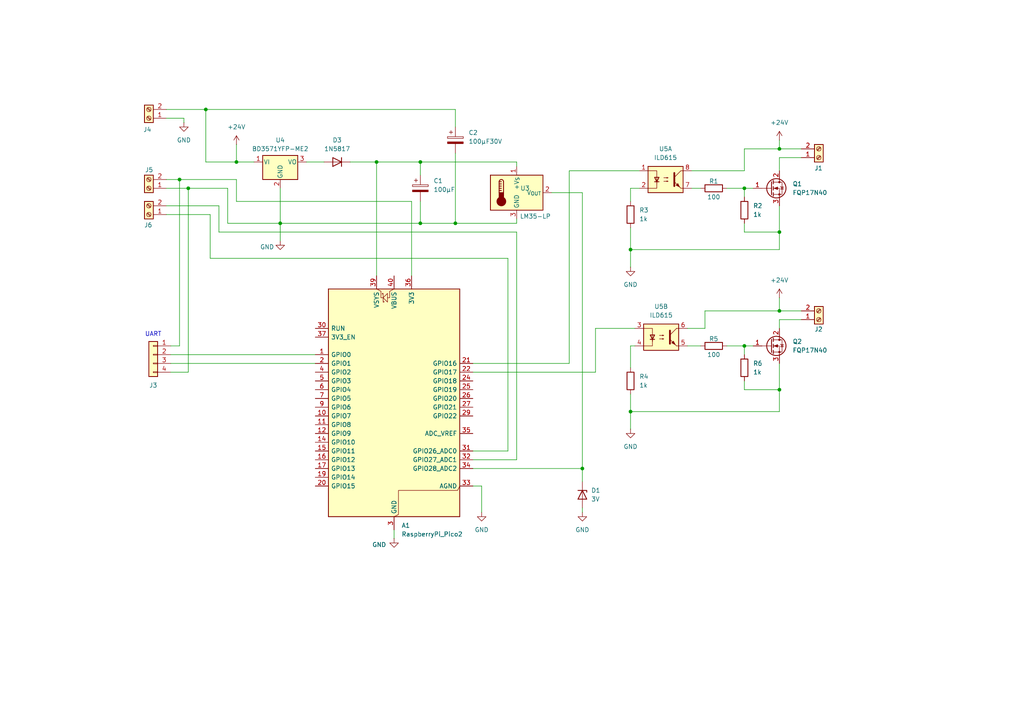
<source format=kicad_sch>
(kicad_sch (version 20250114) (generator "eeschema") (generator_version "9.0")
  (paper "A4")
  (title_block (title "24V LED Strip Driver") (date "2025-07-09") (company "D. Kvaavik"))
  (lib_symbols
    (symbol "Connector:Screw_Terminal_01x02" (pin_names (offset 1.016) (hide yes))
      (property "Reference" "J" (at 0 2.54 0))
      (property "Value" "Screw_Terminal_01x02" (at 0 -5.08 0))
      (symbol "Screw_Terminal_01x02_1_1"
        (rectangle (start -1.27 1.27) (end 1.27 -3.81) (stroke (width 0.254)) (fill (type background)))
        (polyline (pts (xy -0.5334 0.3302) (xy 0.3302 -0.508)) (stroke (width 0.1524)))
        (polyline (pts (xy -0.5334 -2.2098) (xy 0.3302 -3.048)) (stroke (width 0.1524)))
        (polyline (pts (xy -0.3556 0.508) (xy 0.508 -0.3302)) (stroke (width 0.1524)))
        (polyline (pts (xy -0.3556 -2.032) (xy 0.508 -2.8702)) (stroke (width 0.1524)))
        (circle (center 0 0) (radius 0.635) (stroke (width 0.1524)))
        (circle (center 0 -2.54) (radius 0.635) (stroke (width 0.1524)))
        (pin passive line (at -5.08 0 0) (length 3.81) (name "Pin_1") (number "1"))
        (pin passive line (at -5.08 -2.54 0) (length 3.81) (name "Pin_2") (number "2"))
      )
    )
    (symbol "Connector_Generic:Conn_01x04" (pin_names (offset 1.016) (hide yes))
      (property "Reference" "J" (at 0 5.08 0))
      (property "Value" "Conn_01x04" (at 0 -7.62 0))
      (symbol "Conn_01x04_1_1"
        (rectangle (start -1.27 3.81) (end 1.27 -6.35) (stroke (width 0.254)) (fill (type background)))
        (rectangle (start -1.27 2.667) (end 0 2.413) (stroke (width 0.1524)))
        (rectangle (start -1.27 0.127) (end 0 -0.127) (stroke (width 0.1524)))
        (rectangle (start -1.27 -2.413) (end 0 -2.667) (stroke (width 0.1524)))
        (rectangle (start -1.27 -4.953) (end 0 -5.207) (stroke (width 0.1524)))
        (pin passive line (at -5.08 2.54 0) (length 3.81) (name "Pin_1") (number "1"))
        (pin passive line (at -5.08 0 0) (length 3.81) (name "Pin_2") (number "2"))
        (pin passive line (at -5.08 -2.54 0) (length 3.81) (name "Pin_3") (number "3"))
        (pin passive line (at -5.08 -5.08 0) (length 3.81) (name "Pin_4") (number "4"))
      )
    )
    (symbol "Device:C_Polarized" (pin_numbers (hide yes)) (pin_names (offset 0.254))
      (property "Reference" "C" (at 0.635 2.54 0))
      (property "Value" "C_Polarized" (at 0.635 -2.54 0))
      (symbol "C_Polarized_0_1"
        (rectangle (start -2.286 0.508) (end 2.286 1.016))
        (polyline (pts (xy -1.778 2.286) (xy -0.762 2.286)))
        (polyline (pts (xy -1.27 2.794) (xy -1.27 1.778)))
        (rectangle (start 2.286 -0.508) (end -2.286 -1.016) (fill (type outline)))
      )
      (symbol "C_Polarized_1_1"
        (pin passive line (at 0 3.81 270) (length 2.794) (name "~") (number "1"))
        (pin passive line (at 0 -3.81 90) (length 2.794) (name "~") (number "2"))
      )
    )
    (symbol "Device:D_Zener" (pin_numbers (hide yes)) (pin_names (offset 1.016) (hide yes))
      (property "Reference" "D" (at 0 2.54 0))
      (property "Value" "D_Zener" (at 0 -2.54 0))
      (symbol "D_Zener_0_1"
        (polyline (pts (xy -1.27 -1.27) (xy -1.27 1.27) (xy -0.762 1.27)) (stroke (width 0.254)))
        (polyline (pts (xy 1.27 0) (xy -1.27 0)))
        (polyline (pts (xy 1.27 -1.27) (xy 1.27 1.27) (xy -1.27 0) (xy 1.27 -1.27)) (stroke (width 0.254)))
      )
      (symbol "D_Zener_1_1"
        (pin passive line (at -3.81 0 0) (length 2.54) (name "K") (number "1"))
        (pin passive line (at 3.81 0 180) (length 2.54) (name "A") (number "2"))
      )
    )
    (symbol "Device:R" (pin_numbers (hide yes)) (pin_names (offset 0))
      (property "Reference" "R" (at 2.032 0 90))
      (property "Value" "R" (at 0 0 90))
      (symbol "R_0_1"
        (rectangle (start -1.016 -2.54) (end 1.016 2.54) (stroke (width 0.254)))
      )
      (symbol "R_1_1"
        (pin passive line (at 0 3.81 270) (length 1.27) (name "~") (number "1"))
        (pin passive line (at 0 -3.81 90) (length 1.27) (name "~") (number "2"))
      )
    )
    (symbol "Diode:1N4149" (pin_numbers (hide yes)) (pin_names (hide yes))
      (property "Reference" "D" (at 0 2.54 0))
      (property "Value" "1N4149" (at 0 -2.54 0))
      (symbol "1N4149_0_1"
        (polyline (pts (xy -1.27 1.27) (xy -1.27 -1.27)) (stroke (width 0.254)))
        (polyline (pts (xy 1.27 1.27) (xy 1.27 -1.27) (xy -1.27 0) (xy 1.27 1.27)) (stroke (width 0.254)))
        (polyline (pts (xy 1.27 0) (xy -1.27 0)))
      )
      (symbol "1N4149_1_1"
        (pin passive line (at -3.81 0 0) (length 2.54) (name "K") (number "1"))
        (pin passive line (at 3.81 0 180) (length 2.54) (name "A") (number "2"))
      )
    )
    (symbol "Isolator:PC827" (pin_names (offset 1.016))
      (property "Reference" "U" (at -5.08 5.08 0))
      (property "Value" "PC827" (at 0 5.08 0))
      (symbol "PC827_0_1"
        (rectangle (start -5.08 3.81) (end 5.08 -3.81) (stroke (width 0.254)) (fill (type background)))
        (polyline (pts (xy -5.08 2.54) (xy -2.54 2.54) (xy -2.54 -1.27) (xy -2.54 0.635)))
        (polyline (pts (xy -3.175 -0.635) (xy -1.905 -0.635)) (stroke (width 0.254)))
        (polyline (pts (xy -2.54 -0.635) (xy -2.54 -2.54) (xy -5.08 -2.54)))
        (polyline (pts (xy -2.54 -0.635) (xy -3.175 0.635) (xy -1.905 0.635) (xy -2.54 -0.635)) (stroke (width 0.254)))
        (polyline (pts (xy -0.508 0.508) (xy 0.762 0.508) (xy 0.381 0.381) (xy 0.381 0.635) (xy 0.762 0.508)))
        (polyline (pts (xy -0.508 -0.508) (xy 0.762 -0.508) (xy 0.381 -0.635) (xy 0.381 -0.381) (xy 0.762 -0.508)))
        (polyline (pts (xy 2.54 1.905) (xy 2.54 -1.905) (xy 2.54 -1.905)) (stroke (width 0.508)))
        (polyline (pts (xy 2.54 0.635) (xy 4.445 2.54)))
        (polyline (pts (xy 3.048 -1.651) (xy 3.556 -1.143) (xy 4.064 -2.159) (xy 3.048 -1.651) (xy 3.048 -1.651)) (fill (type outline)))
        (polyline (pts (xy 4.445 2.54) (xy 5.08 2.54)))
        (polyline (pts (xy 4.445 -2.54) (xy 2.54 -0.635)) (fill (type outline)))
        (polyline (pts (xy 4.445 -2.54) (xy 5.08 -2.54)))
      )
      (symbol "PC827_1_1"
        (pin passive line (at -7.62 2.54 0) (length 2.54) (name "~") (number "1"))
        (pin passive line (at -7.62 -2.54 0) (length 2.54) (name "~") (number "2"))
        (pin passive line (at 7.62 2.54 180) (length 2.54) (name "~") (number "8"))
        (pin passive line (at 7.62 -2.54 180) (length 2.54) (name "~") (number "7"))
      )
      (symbol "PC827_2_1"
        (pin passive line (at -7.62 2.54 0) (length 2.54) (name "~") (number "3"))
        (pin passive line (at -7.62 -2.54 0) (length 2.54) (name "~") (number "4"))
        (pin passive line (at 7.62 2.54 180) (length 2.54) (name "~") (number "6"))
        (pin passive line (at 7.62 -2.54 180) (length 2.54) (name "~") (number "5"))
      )
    )
    (symbol "MCU_Module:RaspberryPi_Pico" (pin_names (offset 0.762))
      (property "Reference" "A" (at -19.05 35.56 0))
      (property "Value" "RaspberryPi_Pico" (at 7.62 35.56 0))
      (symbol "RaspberryPi_Pico_0_1"
        (rectangle (start -19.05 34.29) (end 19.05 -31.75) (stroke (width 0.254)) (fill (type background)))
        (polyline (pts (xy -5.08 34.29) (xy -3.81 33.655) (xy -3.81 31.75) (xy -3.175 31.75)))
        (polyline (pts (xy -3.429 32.766) (xy -3.429 33.02) (xy -3.175 33.02) (xy -3.175 30.48) (xy -2.921 30.48) (xy -2.921 30.734)))
        (polyline (pts (xy -3.175 31.75) (xy -1.905 33.02) (xy -1.905 30.48) (xy -3.175 31.75)))
        (polyline (pts (xy 0 34.29) (xy -1.27 33.655) (xy -1.27 31.75) (xy -1.905 31.75)))
        (polyline (pts (xy 0 -31.75) (xy 1.27 -31.115) (xy 1.27 -24.13) (xy 18.415 -24.13) (xy 19.05 -22.86)))
      )
      (symbol "RaspberryPi_Pico_1_1"
        (pin passive line (at -22.86 22.86 0) (length 3.81) (name "RUN") (number "30"))
        (pin passive line (at -22.86 20.32 0) (length 3.81) (name "3V3_EN") (number "37"))
        (pin bidirectional line (at -22.86 15.24 0) (length 3.81) (name "GPIO0") (number "1"))
        (pin bidirectional line (at -22.86 12.7 0) (length 3.81) (name "GPIO1") (number "2"))
        (pin bidirectional line (at -22.86 10.16 0) (length 3.81) (name "GPIO2") (number "4"))
        (pin bidirectional line (at -22.86 7.62 0) (length 3.81) (name "GPIO3") (number "5"))
        (pin bidirectional line (at -22.86 5.08 0) (length 3.81) (name "GPIO4") (number "6"))
        (pin bidirectional line (at -22.86 2.54 0) (length 3.81) (name "GPIO5") (number "7"))
        (pin bidirectional line (at -22.86 0 0) (length 3.81) (name "GPIO6") (number "9"))
        (pin bidirectional line (at -22.86 -2.54 0) (length 3.81) (name "GPIO7") (number "10"))
        (pin bidirectional line (at -22.86 -5.08 0) (length 3.81) (name "GPIO8") (number "11"))
        (pin bidirectional line (at -22.86 -7.62 0) (length 3.81) (name "GPIO9") (number "12"))
        (pin bidirectional line (at -22.86 -10.16 0) (length 3.81) (name "GPIO10") (number "14"))
        (pin bidirectional line (at -22.86 -12.7 0) (length 3.81) (name "GPIO11") (number "15"))
        (pin bidirectional line (at -22.86 -15.24 0) (length 3.81) (name "GPIO12") (number "16"))
        (pin bidirectional line (at -22.86 -17.78 0) (length 3.81) (name "GPIO13") (number "17"))
        (pin bidirectional line (at -22.86 -20.32 0) (length 3.81) (name "GPIO14") (number "19"))
        (pin bidirectional line (at -22.86 -22.86 0) (length 3.81) (name "GPIO15") (number "20"))
        (pin power_in line (at -5.08 38.1 270) (length 3.81) (name "VSYS") (number "39"))
        (pin power_out line (at 0 38.1 270) (length 3.81) (name "VBUS") (number "40"))
        (pin passive line (at 0 -35.56 90) (length 3.81) (hide yes) (name "GND") (number "13"))
        (pin passive line (at 0 -35.56 90) (length 3.81) (hide yes) (name "GND") (number "18"))
        (pin passive line (at 0 -35.56 90) (length 3.81) (hide yes) (name "GND") (number "23"))
        (pin passive line (at 0 -35.56 90) (length 3.81) (hide yes) (name "GND") (number "28"))
        (pin power_out line (at 0 -35.56 90) (length 3.81) (name "GND") (number "3"))
        (pin passive line (at 0 -35.56 90) (length 3.81) (hide yes) (name "GND") (number "38"))
        (pin passive line (at 0 -35.56 90) (length 3.81) (hide yes) (name "GND") (number "8"))
        (pin power_out line (at 5.08 38.1 270) (length 3.81) (name "3V3") (number "36"))
        (pin bidirectional line (at 22.86 12.7 180) (length 3.81) (name "GPIO16") (number "21"))
        (pin bidirectional line (at 22.86 10.16 180) (length 3.81) (name "GPIO17") (number "22"))
        (pin bidirectional line (at 22.86 7.62 180) (length 3.81) (name "GPIO18") (number "24"))
        (pin bidirectional line (at 22.86 5.08 180) (length 3.81) (name "GPIO19") (number "25"))
        (pin bidirectional line (at 22.86 2.54 180) (length 3.81) (name "GPIO20") (number "26"))
        (pin bidirectional line (at 22.86 0 180) (length 3.81) (name "GPIO21") (number "27"))
        (pin bidirectional line (at 22.86 -2.54 180) (length 3.81) (name "GPIO22") (number "29"))
        (pin power_in line (at 22.86 -7.62 180) (length 3.81) (name "ADC_VREF") (number "35"))
        (pin bidirectional line (at 22.86 -12.7 180) (length 3.81) (name "GPIO26_ADC0") (number "31"))
        (pin bidirectional line (at 22.86 -15.24 180) (length 3.81) (name "GPIO27_ADC1") (number "32"))
        (pin bidirectional line (at 22.86 -17.78 180) (length 3.81) (name "GPIO28_ADC2") (number "34"))
        (pin power_out line (at 22.86 -22.86 180) (length 3.81) (name "AGND") (number "33"))
      )
    )
    (symbol "Regulator_Linear:LF50_TO252" (pin_names (offset 0.254))
      (property "Reference" "U" (at -3.81 3.175 0))
      (property "Value" "LF50_TO252" (at 0 3.175 0))
      (symbol "LF50_TO252_0_1"
        (rectangle (start -5.08 1.905) (end 5.08 -5.08) (stroke (width 0.254)) (fill (type background)))
      )
      (symbol "LF50_TO252_1_1"
        (pin power_in line (at -7.62 0 0) (length 2.54) (name "VI") (number "1"))
        (pin power_in line (at 0 -7.62 90) (length 2.54) (name "GND") (number "2"))
        (pin power_out line (at 7.62 0 180) (length 2.54) (name "VO") (number "3"))
      )
    )
    (symbol "Sensor_Temperature:LM35-LP"
      (property "Reference" "U" (at -6.35 6.35 0))
      (property "Value" "LM35-LP" (at 1.27 6.35 0))
      (symbol "LM35-LP_0_1"
        (rectangle (start -7.62 5.08) (end 7.62 -5.08) (stroke (width 0.254)) (fill (type background)))
        (polyline (pts (xy -5.08 3.175) (xy -5.08 0)) (stroke (width 0.254)))
        (polyline (pts (xy -5.08 3.175) (xy -4.445 3.175)) (stroke (width 0.254)))
        (polyline (pts (xy -5.08 2.54) (xy -4.445 2.54)) (stroke (width 0.254)))
        (polyline (pts (xy -5.08 1.905) (xy -4.445 1.905)) (stroke (width 0.254)))
        (polyline (pts (xy -5.08 1.27) (xy -4.445 1.27)) (stroke (width 0.254)))
        (polyline (pts (xy -5.08 0.635) (xy -4.445 0.635)) (stroke (width 0.254)))
        (arc (start -5.08 3.175) (mid -4.445 3.8073) (end -3.81 3.175) (stroke (width 0.254)))
        (circle (center -4.445 -2.54) (radius 1.27) (stroke (width 0.254)) (fill (type outline)))
        (polyline (pts (xy -3.81 3.175) (xy -3.81 0)) (stroke (width 0.254)))
        (rectangle (start -3.81 -1.905) (end -5.08 0) (stroke (width 0.254)) (fill (type outline)))
      )
      (symbol "LM35-LP_1_1"
        (pin power_in line (at 0 7.62 270) (length 2.54) (name "+V_{S}") (number "1"))
        (pin power_in line (at 0 -7.62 90) (length 2.54) (name "GND") (number "3"))
        (pin output line (at 10.16 0 180) (length 2.54) (name "V_{OUT}") (number "2"))
      )
    )
    (symbol "Transistor_FET:IRF540N" (pin_names (hide yes))
      (property "Reference" "Q" (at 5.08 1.905 0))
      (property "Value" "IRF540N" (at 5.08 0 0))
      (symbol "IRF540N_0_1"
        (polyline (pts (xy 0.254 1.905) (xy 0.254 -1.905)) (stroke (width 0.254)))
        (polyline (pts (xy 0.254 0) (xy -2.54 0)))
        (polyline (pts (xy 0.762 2.286) (xy 0.762 1.27)) (stroke (width 0.254)))
        (polyline (pts (xy 0.762 0.508) (xy 0.762 -0.508)) (stroke (width 0.254)))
        (polyline (pts (xy 0.762 -1.27) (xy 0.762 -2.286)) (stroke (width 0.254)))
        (polyline (pts (xy 0.762 -1.778) (xy 3.302 -1.778) (xy 3.302 1.778) (xy 0.762 1.778)))
        (polyline (pts (xy 1.016 0) (xy 2.032 0.381) (xy 2.032 -0.381) (xy 1.016 0)) (fill (type outline)))
        (circle (center 1.651 0) (radius 2.794) (stroke (width 0.254)))
        (polyline (pts (xy 2.54 2.54) (xy 2.54 1.778)))
        (circle (center 2.54 1.778) (radius 0.254) (fill (type outline)))
        (circle (center 2.54 -1.778) (radius 0.254) (fill (type outline)))
        (polyline (pts (xy 2.54 -2.54) (xy 2.54 0) (xy 0.762 0)))
        (polyline (pts (xy 2.794 0.508) (xy 2.921 0.381) (xy 3.683 0.381) (xy 3.81 0.254)))
        (polyline (pts (xy 3.302 0.381) (xy 2.921 -0.254) (xy 3.683 -0.254) (xy 3.302 0.381)))
      )
      (symbol "IRF540N_1_1"
        (pin input line (at -5.08 0 0) (length 2.54) (name "G") (number "1"))
        (pin passive line (at 2.54 5.08 270) (length 2.54) (name "D") (number "2"))
        (pin passive line (at 2.54 -5.08 90) (length 2.54) (name "S") (number "3"))
      )
    )
    (symbol "power:+24V" (power) (pin_numbers (hide yes)) (pin_names (offset 0) (hide yes))
      (property "Value" "+24V" (at 0 3.556 0))
      (symbol "+24V_0_1"
        (polyline (pts (xy -0.762 1.27) (xy 0 2.54)))
        (polyline (pts (xy 0 2.54) (xy 0.762 1.27)))
        (polyline (pts (xy 0 0) (xy 0 2.54)))
      )
      (symbol "+24V_1_1"
        (pin power_in line (at 0 0 90) (length 0) (name "~") (number "1"))
      )
    )
    (symbol "power:GND" (power) (pin_numbers (hide yes)) (pin_names (offset 0) (hide yes))
      (property "Value" "GND" (at 0 -3.81 0))
      (symbol "GND_0_1"
        (polyline (pts (xy 0 0) (xy 0 -1.27) (xy 1.27 -1.27) (xy 0 -2.54) (xy -1.27 -1.27) (xy 0 -1.27)))
      )
      (symbol "GND_1_1"
        (pin power_in line (at 0 0 270) (length 0) (name "~") (number "1"))
      )
    )
  )
  (text "UART" (at 44.45 97.028 0) (effects (font (size 1.27 1.27))))
  (junction (at 109.22 46.99))
  (junction (at 182.88 72.39))
  (junction (at 226.06 67.31))
  (junction (at 226.06 113.03))
  (junction (at 81.28 64.77))
  (junction (at 68.58 46.99))
  (junction (at 215.9 100.33))
  (junction (at 226.06 90.17))
  (junction (at 215.9 54.61))
  (junction (at 121.92 64.77))
  (junction (at 226.06 43.18))
  (junction (at 182.88 119.38))
  (junction (at 59.69 31.75))
  (junction (at 168.91 135.89))
  (junction (at 54.61 54.61))
  (junction (at 132.08 64.77))
  (junction (at 52.07 52.07))
  (junction (at 121.92 46.99))
  (wire (pts (xy 226.06 90.17) (xy 232.41 90.17)))
  (wire (pts (xy 215.9 43.18) (xy 226.06 43.18)))
  (wire (pts (xy 49.53 100.33) (xy 52.07 100.33)))
  (wire (pts (xy 132.08 44.45) (xy 132.08 64.77)))
  (wire (pts (xy 226.06 43.18) (xy 232.41 43.18)))
  (wire (pts (xy 226.06 92.71) (xy 232.41 92.71)))
  (wire (pts (xy 182.88 72.39) (xy 182.88 77.47)))
  (wire (pts (xy 59.69 46.99) (xy 68.58 46.99)))
  (wire (pts (xy 226.06 45.72) (xy 226.06 49.53)))
  (wire (pts (xy 204.47 95.25) (xy 199.39 95.25)))
  (wire (pts (xy 147.32 74.93) (xy 147.32 130.81)))
  (wire (pts (xy 172.72 95.25) (xy 184.15 95.25)))
  (wire (pts (xy 200.66 49.53) (xy 215.9 49.53)))
  (wire (pts (xy 226.06 113.03) (xy 226.06 119.38)))
  (wire (pts (xy 182.88 100.33) (xy 182.88 106.68)))
  (wire (pts (xy 215.9 110.49) (xy 215.9 113.03)))
  (wire (pts (xy 210.82 100.33) (xy 215.9 100.33)))
  (wire (pts (xy 60.96 62.23) (xy 60.96 74.93)))
  (wire (pts (xy 59.69 31.75) (xy 132.08 31.75)))
  (wire (pts (xy 132.08 64.77) (xy 121.92 64.77)))
  (wire (pts (xy 168.91 147.32) (xy 168.91 148.59)))
  (wire (pts (xy 121.92 46.99) (xy 149.86 46.99)))
  (wire (pts (xy 226.06 105.41) (xy 226.06 113.03)))
  (wire (pts (xy 81.28 54.61) (xy 81.28 64.77)))
  (wire (pts (xy 109.22 46.99) (xy 109.22 80.01)))
  (wire (pts (xy 215.9 100.33) (xy 215.9 102.87)))
  (wire (pts (xy 226.06 40.64) (xy 226.06 43.18)))
  (wire (pts (xy 215.9 54.61) (xy 215.9 57.15)))
  (wire (pts (xy 226.06 72.39) (xy 182.88 72.39)))
  (wire (pts (xy 109.22 46.99) (xy 121.92 46.99)))
  (wire (pts (xy 68.58 52.07) (xy 68.58 58.42)))
  (wire (pts (xy 172.72 107.95) (xy 172.72 95.25)))
  (wire (pts (xy 48.26 59.69) (xy 63.5 59.69)))
  (wire (pts (xy 49.53 102.87) (xy 91.44 102.87)))
  (wire (pts (xy 215.9 100.33) (xy 218.44 100.33)))
  (wire (pts (xy 48.26 31.75) (xy 59.69 31.75)))
  (wire (pts (xy 226.06 86.36) (xy 226.06 90.17)))
  (wire (pts (xy 119.38 58.42) (xy 119.38 80.01)))
  (wire (pts (xy 101.6 46.99) (xy 109.22 46.99)))
  (wire (pts (xy 215.9 64.77) (xy 215.9 67.31)))
  (wire (pts (xy 160.02 55.88) (xy 168.91 55.88)))
  (wire (pts (xy 149.86 48.26) (xy 149.86 46.99)))
  (wire (pts (xy 226.06 67.31) (xy 226.06 72.39)))
  (wire (pts (xy 60.96 74.93) (xy 147.32 74.93)))
  (wire (pts (xy 149.86 64.77) (xy 132.08 64.77)))
  (wire (pts (xy 137.16 140.97) (xy 139.7 140.97)))
  (wire (pts (xy 204.47 90.17) (xy 204.47 95.25)))
  (wire (pts (xy 182.88 114.3) (xy 182.88 119.38)))
  (wire (pts (xy 182.88 54.61) (xy 182.88 58.42)))
  (wire (pts (xy 66.04 54.61) (xy 66.04 64.77)))
  (wire (pts (xy 165.1 49.53) (xy 185.42 49.53)))
  (wire (pts (xy 137.16 130.81) (xy 147.32 130.81)))
  (wire (pts (xy 182.88 119.38) (xy 182.88 124.46)))
  (wire (pts (xy 182.88 66.04) (xy 182.88 72.39)))
  (wire (pts (xy 66.04 64.77) (xy 81.28 64.77)))
  (wire (pts (xy 54.61 54.61) (xy 66.04 54.61)))
  (wire (pts (xy 149.86 63.5) (xy 149.86 64.77)))
  (wire (pts (xy 114.3 153.67) (xy 114.3 156.21)))
  (wire (pts (xy 226.06 119.38) (xy 182.88 119.38)))
  (wire (pts (xy 68.58 41.91) (xy 68.58 46.99)))
  (wire (pts (xy 184.15 100.33) (xy 182.88 100.33)))
  (wire (pts (xy 215.9 67.31) (xy 226.06 67.31)))
  (wire (pts (xy 199.39 100.33) (xy 203.2 100.33)))
  (wire (pts (xy 149.86 133.35) (xy 137.16 133.35)))
  (wire (pts (xy 48.26 54.61) (xy 54.61 54.61)))
  (wire (pts (xy 132.08 36.83) (xy 132.08 31.75)))
  (wire (pts (xy 121.92 64.77) (xy 81.28 64.77)))
  (wire (pts (xy 53.34 34.29) (xy 53.34 35.56)))
  (wire (pts (xy 54.61 107.95) (xy 54.61 54.61)))
  (wire (pts (xy 165.1 49.53) (xy 165.1 105.41)))
  (wire (pts (xy 200.66 54.61) (xy 203.2 54.61)))
  (wire (pts (xy 226.06 92.71) (xy 226.06 95.25)))
  (wire (pts (xy 81.28 69.85) (xy 81.28 64.77)))
  (wire (pts (xy 48.26 62.23) (xy 60.96 62.23)))
  (wire (pts (xy 185.42 54.61) (xy 182.88 54.61)))
  (wire (pts (xy 52.07 100.33) (xy 52.07 52.07)))
  (wire (pts (xy 68.58 46.99) (xy 73.66 46.99)))
  (wire (pts (xy 139.7 140.97) (xy 139.7 148.59)))
  (wire (pts (xy 204.47 90.17) (xy 226.06 90.17)))
  (wire (pts (xy 168.91 55.88) (xy 168.91 135.89)))
  (wire (pts (xy 48.26 52.07) (xy 52.07 52.07)))
  (wire (pts (xy 88.9 46.99) (xy 93.98 46.99)))
  (wire (pts (xy 137.16 135.89) (xy 168.91 135.89)))
  (wire (pts (xy 49.53 107.95) (xy 54.61 107.95)))
  (wire (pts (xy 215.9 54.61) (xy 218.44 54.61)))
  (wire (pts (xy 68.58 58.42) (xy 119.38 58.42)))
  (wire (pts (xy 137.16 107.95) (xy 172.72 107.95)))
  (wire (pts (xy 149.86 67.31) (xy 149.86 133.35)))
  (wire (pts (xy 121.92 58.42) (xy 121.92 64.77)))
  (wire (pts (xy 137.16 105.41) (xy 165.1 105.41)))
  (wire (pts (xy 215.9 49.53) (xy 215.9 43.18)))
  (wire (pts (xy 168.91 135.89) (xy 168.91 139.7)))
  (wire (pts (xy 210.82 54.61) (xy 215.9 54.61)))
  (wire (pts (xy 49.53 105.41) (xy 91.44 105.41)))
  (wire (pts (xy 63.5 59.69) (xy 63.5 67.31)))
  (wire (pts (xy 215.9 113.03) (xy 226.06 113.03)))
  (wire (pts (xy 59.69 31.75) (xy 59.69 46.99)))
  (wire (pts (xy 48.26 34.29) (xy 53.34 34.29)))
  (wire (pts (xy 226.06 59.69) (xy 226.06 67.31)))
  (wire (pts (xy 52.07 52.07) (xy 68.58 52.07)))
  (wire (pts (xy 63.5 67.31) (xy 149.86 67.31)))
  (wire (pts (xy 121.92 46.99) (xy 121.92 50.8)))
  (wire (pts (xy 232.41 45.72) (xy 226.06 45.72)))
  (symbol (lib_id "Sensor_Temperature:LM35-LP") (at 149.86 55.88 0) (unit 1)
    (property "Reference" "U3" (at 153.67 54.6099 0) (effects (justify right)))
    (property "Value" "LM35-LP" (at 159.766 62.738 0) (effects (justify right)))
    (property "Footprint" "Package_TO_SOT_THT:TO-92_Inline" (effects (hide yes)))
    (property "Datasheet" "http://www.ti.com/lit/ds/symlink/lm35.pdf" (effects (hide yes)))
    (property "Description" "Precision centigrade temperature sensor, TO-92" (effects (hide yes)))
  )
  (symbol (lib_id "MCU_Module:RaspberryPi_Pico") (at 114.3 118.11 0) (unit 1)
    (property "Reference" "A1" (at 116.4433 152.4 0) (effects (justify left)))
    (property "Value" "RaspberryPi_Pico2" (at 116.4433 154.94 0) (effects (justify left)))
    (property "Footprint" "Module:RaspberryPi_Pico_Common_Unspecified" (effects (hide yes)))
    (property "Datasheet" "https://datasheets.raspberrypi.com/pico/pico-datasheet.pdf" (effects (hide yes)))
    (property "Description" "Versatile and inexpensive microcontroller module powered by RP2040 dual-core Arm Cortex-M0+ processor up to 133 MHz, 264kB SRAM, 2MB QSPI flash; also supports Raspberry Pi Pico 2" (effects (hide yes)))
  )
  (symbol (lib_id "Isolator:PC827") (at 193.04 52.07 0) (unit 1)
    (property "Reference" "U5" (at 193.04 43.18 0))
    (property "Value" "ILD615" (at 193.04 45.72 0))
    (property "Footprint" "Package_DIP:DIP-8_W7.62mm" (effects (hide yes)))
    (property "Datasheet" "http://optoelectronics.liteon.com/upload/download/DS-70-96-0016/LTV-8X7%20series.PDF" (effects (hide yes)))
    (property "Description" "Dual DC Optocoupler, Vce 35V, CTR 50%, DIP-8" (effects (hide yes)))
  )
  (symbol (lib_id "Connector:Screw_Terminal_01x02") (at 43.18 34.29 180) (unit 1)
    (property "Reference" "J4" (at 43.942 37.592 0) (effects (justify left)))
    (property "Value" "Screw_Terminal_01x02" (effects (hide yes)))
    (property "Footprint" "TerminalBlock:TerminalBlock_bornier-2_P5.08mm" (effects (hide yes)))
    (property "Description" "Generic screw terminal, single row, 01x02, script generated (kicad-library-utils/schlib/autogen/connector/)" (effects (hide yes)))
  )
  (symbol (lib_id "power:GND") (at 182.88 77.47 0) (unit 1)
    (property "Reference" "#PWR03" (effects (hide yes)))
    (property "Value" "GND" (at 182.88 82.55 0))
    (property "Description" "Power symbol creates a global label with name \"GND\" , ground" (effects (hide yes)))
  )
  (symbol (lib_id "Isolator:PC827") (at 191.77 97.79 0) (unit 2)
    (property "Reference" "U5" (at 191.77 88.9 0))
    (property "Value" "ILD615" (at 191.77 91.44 0))
    (property "Footprint" "Package_DIP:DIP-8_W7.62mm" (effects (hide yes)))
    (property "Datasheet" "http://optoelectronics.liteon.com/upload/download/DS-70-96-0016/LTV-8X7%20series.PDF" (effects (hide yes)))
    (property "Description" "Dual DC Optocoupler, Vce 35V, CTR 50%, DIP-8" (effects (hide yes)))
  )
  (symbol (lib_id "Transistor_FET:IRF540N") (at 223.52 54.61 0) (unit 1)
    (property "Reference" "Q1" (at 229.87 53.3399 0) (effects (justify left)))
    (property "Value" "FQP17N40" (at 229.87 55.8799 0) (effects (justify left)))
    (property "Footprint" "Package_TO_SOT_THT:TO-220-3_Vertical" (effects (hide yes)))
    (property "Datasheet" "http://www.irf.com/product-info/datasheets/data/irf540n.pdf" (effects (hide yes)))
    (property "Description" "33A Id, 100V Vds, HEXFET N-Channel MOSFET, TO-220" (effects (hide yes)))
  )
  (symbol (lib_id "power:GND") (at 168.91 148.59 0) (unit 1)
    (property "Reference" "#PWR011" (effects (hide yes)))
    (property "Value" "GND" (at 168.91 153.67 0))
    (property "Description" "Power symbol creates a global label with name \"GND\" , ground" (effects (hide yes)))
  )
  (symbol (lib_id "Device:R") (at 215.9 60.96 180) (unit 1)
    (property "Reference" "R2" (at 218.44 59.6899 0) (effects (justify right)))
    (property "Value" "1k" (at 218.44 62.2299 0) (effects (justify right)))
    (property "Footprint" "Resistor_SMD:R_1206_3216Metric_Pad1.30x1.75mm_HandSolder" (effects (hide yes)))
    (property "Description" "Resistor" (effects (hide yes)))
  )
  (symbol (lib_id "power:+24V") (at 226.06 40.64 0) (unit 1)
    (property "Reference" "#PWR05" (effects (hide yes)))
    (property "Value" "+24V" (at 226.06 35.56 0))
    (property "Description" "Power symbol creates a global label with name \"+24V\"" (effects (hide yes)))
  )
  (symbol (lib_id "Connector:Screw_Terminal_01x02") (at 237.49 92.71 0) (mirror x) (unit 1)
    (property "Reference" "J2" (at 236.22 95.504 0) (effects (justify left)))
    (property "Value" "Screw_Terminal_01x02" (effects (hide yes)))
    (property "Footprint" "TerminalBlock:TerminalBlock_bornier-2_P5.08mm" (effects (hide yes)))
    (property "Description" "Generic screw terminal, single row, 01x02, script generated (kicad-library-utils/schlib/autogen/connector/)" (effects (hide yes)))
  )
  (symbol (lib_id "Connector:Screw_Terminal_01x02") (at 237.49 45.72 0) (mirror x) (unit 1)
    (property "Reference" "J1" (at 236.22 48.768 0) (effects (justify left)))
    (property "Value" "Screw_Terminal_01x02" (effects (hide yes)))
    (property "Footprint" "TerminalBlock:TerminalBlock_bornier-2_P5.08mm" (effects (hide yes)))
    (property "Description" "Generic screw terminal, single row, 01x02, script generated (kicad-library-utils/schlib/autogen/connector/)" (effects (hide yes)))
  )
  (symbol (lib_id "Regulator_Linear:LF50_TO252") (at 81.28 46.99 0) (unit 1)
    (property "Reference" "U4" (at 81.28 40.64 0))
    (property "Value" "BD3571YFP-ME2" (at 81.28 43.18 0))
    (property "Footprint" "Package_TO_SOT_SMD:TO-252-2" (effects (hide yes)))
    (property "Datasheet" "http://www.st.com/content/ccc/resource/technical/document/datasheet/c4/0e/7e/2a/be/bc/4c/bd/CD00000546.pdf/files/CD00000546.pdf/jcr:content/translations/en.CD00000546.pdf" (effects (hide yes)))
    (property "Description" "Low-drop Voltage Regulator, Io up to 500mA, Fixed Vo 5.0V, TO-252 (DPAK)" (effects (hide yes)))
  )
  (symbol (lib_id "power:GND") (at 182.88 124.46 0) (unit 1)
    (property "Reference" "#PWR04" (effects (hide yes)))
    (property "Value" "GND" (at 182.88 129.54 0))
    (property "Description" "Power symbol creates a global label with name \"GND\" , ground" (effects (hide yes)))
  )
  (symbol (lib_id "power:GND") (at 81.28 69.85 0) (unit 1)
    (property "Reference" "#PWR06" (effects (hide yes)))
    (property "Value" "GND" (at 77.47 71.628 0))
    (property "Description" "Power symbol creates a global label with name \"GND\" , ground" (effects (hide yes)))
  )
  (symbol (lib_id "power:+24V") (at 68.58 41.91 0) (unit 1)
    (property "Reference" "#PWR07" (effects (hide yes)))
    (property "Value" "+24V" (at 68.58 36.83 0))
    (property "Description" "Power symbol creates a global label with name \"+24V\"" (effects (hide yes)))
  )
  (symbol (lib_id "Device:D_Zener") (at 168.91 143.51 270) (unit 1)
    (property "Reference" "D1" (at 171.45 142.2399 90) (effects (justify left)))
    (property "Value" "3V" (at 171.45 144.7799 90) (effects (justify left)))
    (property "Footprint" "Diode_THT:D_DO-35_SOD27_P7.62mm_Horizontal" (effects (hide yes)))
    (property "Description" "Zener diode" (effects (hide yes)))
  )
  (symbol (lib_id "Connector:Screw_Terminal_01x02") (at 43.18 62.23 180) (unit 1)
    (property "Reference" "J6" (at 44.196 65.278 0) (effects (justify left)))
    (property "Value" "Screw_Terminal_01x02" (effects (hide yes)))
    (property "Footprint" "TerminalBlock:TerminalBlock_bornier-2_P5.08mm" (effects (hide yes)))
    (property "Description" "Generic screw terminal, single row, 01x02, script generated (kicad-library-utils/schlib/autogen/connector/)" (effects (hide yes)))
  )
  (symbol (lib_id "Device:R") (at 182.88 62.23 180) (unit 1)
    (property "Reference" "R3" (at 185.42 60.9599 0) (effects (justify right)))
    (property "Value" "1k" (at 185.42 63.4999 0) (effects (justify right)))
    (property "Footprint" "Resistor_SMD:R_1206_3216Metric_Pad1.30x1.75mm_HandSolder" (effects (hide yes)))
    (property "Description" "Resistor" (effects (hide yes)))
  )
  (symbol (lib_id "Device:C_Polarized") (at 132.08 40.64 0) (unit 1)
    (property "Reference" "C2" (at 135.89 38.4809 0) (effects (justify left)))
    (property "Value" "100µF30V" (at 135.89 41.0209 0) (effects (justify left)))
    (property "Footprint" "Capacitor_THT:CP_Radial_D7.5mm_P2.50mm" (effects (hide yes)))
    (property "Description" "Polarized capacitor" (effects (hide yes)))
  )
  (symbol (lib_id "Device:R") (at 215.9 106.68 180) (unit 1)
    (property "Reference" "R6" (at 218.44 105.4099 0) (effects (justify right)))
    (property "Value" "1k" (at 218.44 107.9499 0) (effects (justify right)))
    (property "Footprint" "Resistor_SMD:R_1206_3216Metric_Pad1.30x1.75mm_HandSolder" (effects (hide yes)))
    (property "Description" "Resistor" (effects (hide yes)))
  )
  (symbol (lib_id "power:GND") (at 139.7 148.59 0) (unit 1)
    (property "Reference" "#PWR08" (effects (hide yes)))
    (property "Value" "GND" (at 139.7 153.67 0))
    (property "Description" "Power symbol creates a global label with name \"GND\" , ground" (effects (hide yes)))
  )
  (symbol (lib_id "Device:R") (at 207.01 54.61 90) (unit 1)
    (property "Reference" "R1" (at 207.01 52.578 90))
    (property "Value" "100" (at 207.01 57.15 90))
    (property "Footprint" "Resistor_SMD:R_1206_3216Metric_Pad1.30x1.75mm_HandSolder" (effects (hide yes)))
    (property "Description" "Resistor" (effects (hide yes)))
  )
  (symbol (lib_id "power:GND") (at 114.3 156.21 0) (unit 1)
    (property "Reference" "#PWR09" (effects (hide yes)))
    (property "Value" "GND" (at 109.982 157.988 0))
    (property "Description" "Power symbol creates a global label with name \"GND\" , ground" (effects (hide yes)))
  )
  (symbol (lib_id "Transistor_FET:IRF540N") (at 223.52 100.33 0) (unit 1)
    (property "Reference" "Q2" (at 229.87 99.0599 0) (effects (justify left)))
    (property "Value" "FQP17N40" (at 229.87 101.5999 0) (effects (justify left)))
    (property "Footprint" "Package_TO_SOT_THT:TO-220-3_Vertical" (effects (hide yes)))
    (property "Datasheet" "http://www.irf.com/product-info/datasheets/data/irf540n.pdf" (effects (hide yes)))
    (property "Description" "33A Id, 100V Vds, HEXFET N-Channel MOSFET, TO-220" (effects (hide yes)))
  )
  (symbol (lib_id "Diode:1N4149") (at 97.79 46.99 180) (unit 1)
    (property "Reference" "D3" (at 97.79 40.64 0))
    (property "Value" "1N5817" (at 97.79 43.18 0))
    (property "Footprint" "Diode_THT:D_DO-35_SOD27_P7.62mm_Horizontal" (effects (hide yes)))
    (property "Datasheet" "http://www.microsemi.com/document-portal/doc_view/11580-lds-0239" (effects (hide yes)))
    (property "Description" "75V Vrm 0.5A Ifsm standard switching diode, DO-35" (effects (hide yes)))
    (property "Sim.Device" "D" (effects (hide yes)))
    (property "Sim.Pins" "1=K 2=A" (effects (hide yes)))
  )
  (symbol (lib_id "power:GND") (at 53.34 35.56 0) (unit 1)
    (property "Reference" "#PWR010" (effects (hide yes)))
    (property "Value" "GND" (at 53.34 40.64 0))
    (property "Description" "Power symbol creates a global label with name \"GND\" , ground" (effects (hide yes)))
  )
  (symbol (lib_id "power:+24V") (at 226.06 86.36 0) (unit 1)
    (property "Reference" "#PWR02" (effects (hide yes)))
    (property "Value" "+24V" (at 226.06 81.28 0))
    (property "Description" "Power symbol creates a global label with name \"+24V\"" (effects (hide yes)))
  )
  (symbol (lib_id "Device:C_Polarized") (at 121.92 54.61 0) (unit 1)
    (property "Reference" "C1" (at 125.73 52.4509 0) (effects (justify left)))
    (property "Value" "100µF" (at 125.73 54.9909 0) (effects (justify left)))
    (property "Footprint" "Capacitor_THT:CP_Radial_D7.5mm_P2.50mm" (effects (hide yes)))
    (property "Description" "Polarized capacitor" (effects (hide yes)))
  )
  (symbol (lib_id "Connector:Screw_Terminal_01x02") (at 43.18 54.61 180) (unit 1)
    (property "Reference" "J5" (at 44.45 49.276 0) (effects (justify left)))
    (property "Value" "Screw_Terminal_01x02" (effects (hide yes)))
    (property "Footprint" "TerminalBlock:TerminalBlock_bornier-2_P5.08mm" (effects (hide yes)))
    (property "Description" "Generic screw terminal, single row, 01x02, script generated (kicad-library-utils/schlib/autogen/connector/)" (effects (hide yes)))
  )
  (symbol (lib_id "Device:R") (at 207.01 100.33 90) (unit 1)
    (property "Reference" "R5" (at 207.01 98.298 90))
    (property "Value" "100" (at 207.01 102.87 90))
    (property "Footprint" "Resistor_SMD:R_1206_3216Metric_Pad1.30x1.75mm_HandSolder" (effects (hide yes)))
    (property "Description" "Resistor" (effects (hide yes)))
  )
  (symbol (lib_id "Connector_Generic:Conn_01x04") (at 44.45 102.87 0) (mirror y) (unit 1)
    (property "Reference" "J3" (at 44.45 111.76 0))
    (property "Value" "Conn_01x04" (effects (hide yes)))
    (property "Footprint" "Connector_PinHeader_2.54mm:PinHeader_1x04_P2.54mm_Vertical" (effects (hide yes)))
    (property "Description" "Generic connector, single row, 01x04, script generated (kicad-library-utils/schlib/autogen/connector/)" (effects (hide yes)))
  )
  (symbol (lib_id "Device:R") (at 182.88 110.49 180) (unit 1)
    (property "Reference" "R4" (at 185.42 109.2199 0) (effects (justify right)))
    (property "Value" "1k" (at 185.42 111.7599 0) (effects (justify right)))
    (property "Footprint" "Resistor_SMD:R_1206_3216Metric_Pad1.30x1.75mm_HandSolder" (effects (hide yes)))
    (property "Description" "Resistor" (effects (hide yes)))
  )
)
</source>
